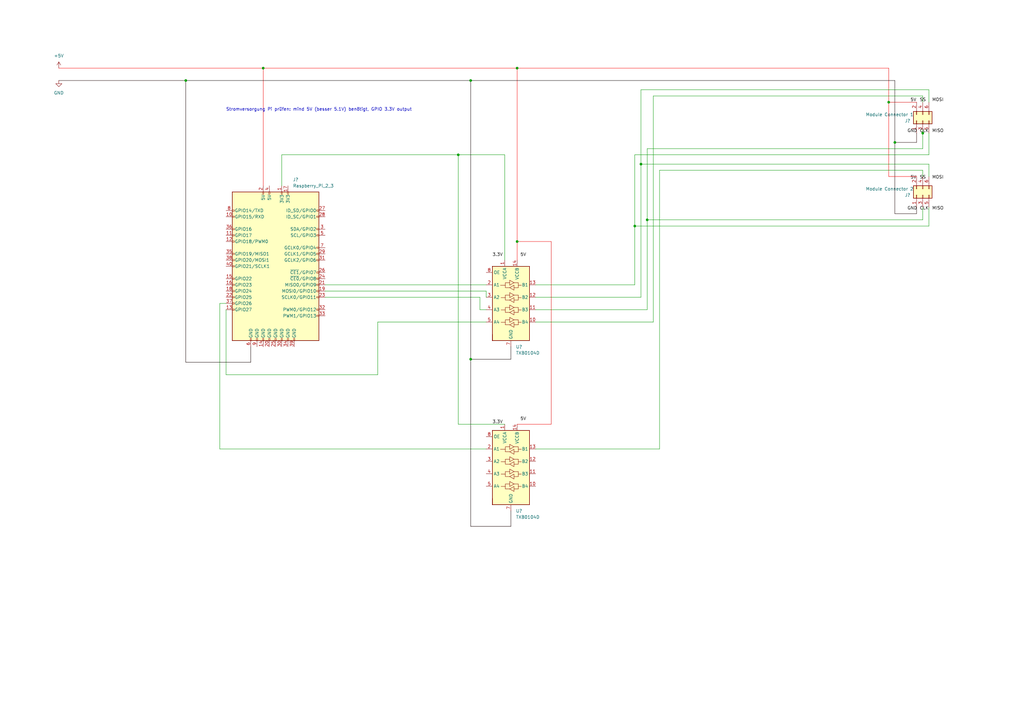
<source format=kicad_sch>
(kicad_sch (version 20211123) (generator eeschema)
  (paper "A3")
  (lib_symbols
    (symbol "Connector:Raspberry_Pi_2_3" (pin_names (offset 1.016))
      (property "Reference" "J" (at -17.78 31.75 0))
      (property "Value" "Raspberry_Pi_2_3" (at 10.16 -31.75 0))
      (symbol "Raspberry_Pi_2_3_0_1"
        (rectangle (start -17.78 30.48) (end 17.78 -30.48) (stroke (width 0.254)) (fill (type background)))
      )
      (symbol "Raspberry_Pi_2_3_1_1"
        (rectangle (start -16.891 -17.526) (end -17.78 -18.034))
        (rectangle (start -16.891 -14.986) (end -17.78 -15.494))
        (rectangle (start -16.891 -12.446) (end -17.78 -12.954))
        (rectangle (start -16.891 -9.906) (end -17.78 -10.414))
        (rectangle (start -16.891 -7.366) (end -17.78 -7.874))
        (rectangle (start -16.891 -4.826) (end -17.78 -5.334))
        (rectangle (start -16.891 0.254) (end -17.78 -0.254))
        (rectangle (start -16.891 2.794) (end -17.78 2.286))
        (rectangle (start -16.891 5.334) (end -17.78 4.826))
        (rectangle (start -16.891 10.414) (end -17.78 9.906))
        (rectangle (start -16.891 12.954) (end -17.78 12.446))
        (rectangle (start -16.891 15.494) (end -17.78 14.986))
        (rectangle (start -16.891 20.574) (end -17.78 20.066))
        (rectangle (start -16.891 23.114) (end -17.78 22.606))
        (rectangle (start -10.414 -29.591) (end -9.906 -30.48))
        (rectangle (start -7.874 -29.591) (end -7.366 -30.48))
        (rectangle (start -5.334 -29.591) (end -4.826 -30.48))
        (rectangle (start -5.334 30.48) (end -4.826 29.591))
        (rectangle (start -2.794 -29.591) (end -2.286 -30.48))
        (rectangle (start -2.794 30.48) (end -2.286 29.591))
        (rectangle (start -0.254 -29.591) (end 0.254 -30.48))
        (rectangle (start 2.286 -29.591) (end 2.794 -30.48))
        (rectangle (start 2.286 30.48) (end 2.794 29.591))
        (rectangle (start 4.826 -29.591) (end 5.334 -30.48))
        (rectangle (start 4.826 30.48) (end 5.334 29.591))
        (rectangle (start 7.366 -29.591) (end 7.874 -30.48))
        (rectangle (start 17.78 -20.066) (end 16.891 -20.574))
        (rectangle (start 17.78 -17.526) (end 16.891 -18.034))
        (rectangle (start 17.78 -12.446) (end 16.891 -12.954))
        (rectangle (start 17.78 -9.906) (end 16.891 -10.414))
        (rectangle (start 17.78 -7.366) (end 16.891 -7.874))
        (rectangle (start 17.78 -4.826) (end 16.891 -5.334))
        (rectangle (start 17.78 -2.286) (end 16.891 -2.794))
        (rectangle (start 17.78 2.794) (end 16.891 2.286))
        (rectangle (start 17.78 5.334) (end 16.891 4.826))
        (rectangle (start 17.78 7.874) (end 16.891 7.366))
        (rectangle (start 17.78 12.954) (end 16.891 12.446))
        (rectangle (start 17.78 15.494) (end 16.891 14.986))
        (rectangle (start 17.78 20.574) (end 16.891 20.066))
        (rectangle (start 17.78 23.114) (end 16.891 22.606))
        (pin power_in line (at 2.54 33.02 270) (length 2.54) (name "3V3") (number "1"))
        (pin bidirectional line (at -20.32 20.32 0) (length 2.54) (name "GPIO15/RXD") (number "10"))
        (pin bidirectional line (at -20.32 12.7 0) (length 2.54) (name "GPIO17") (number "11"))
        (pin bidirectional line (at -20.32 10.16 0) (length 2.54) (name "GPIO18/PWM0") (number "12"))
        (pin bidirectional line (at -20.32 -17.78 0) (length 2.54) (name "GPIO27") (number "13"))
        (pin power_in line (at -5.08 -33.02 90) (length 2.54) (name "GND") (number "14"))
        (pin bidirectional line (at -20.32 -5.08 0) (length 2.54) (name "GPIO22") (number "15"))
        (pin bidirectional line (at -20.32 -7.62 0) (length 2.54) (name "GPIO23") (number "16"))
        (pin power_in line (at 5.08 33.02 270) (length 2.54) (name "3V3") (number "17"))
        (pin bidirectional line (at -20.32 -10.16 0) (length 2.54) (name "GPIO24") (number "18"))
        (pin bidirectional line (at 20.32 -10.16 180) (length 2.54) (name "MOSI0/GPIO10") (number "19"))
        (pin power_in line (at -5.08 33.02 270) (length 2.54) (name "5V") (number "2"))
        (pin power_in line (at -2.54 -33.02 90) (length 2.54) (name "GND") (number "20"))
        (pin bidirectional line (at 20.32 -7.62 180) (length 2.54) (name "MISO0/GPIO9") (number "21"))
        (pin bidirectional line (at -20.32 -12.7 0) (length 2.54) (name "GPIO25") (number "22"))
        (pin bidirectional line (at 20.32 -12.7 180) (length 2.54) (name "SCLK0/GPIO11") (number "23"))
        (pin bidirectional line (at 20.32 -5.08 180) (length 2.54) (name "~{CE0}/GPIO8") (number "24"))
        (pin power_in line (at 0 -33.02 90) (length 2.54) (name "GND") (number "25"))
        (pin bidirectional line (at 20.32 -2.54 180) (length 2.54) (name "~{CE1}/GPIO7") (number "26"))
        (pin bidirectional line (at 20.32 22.86 180) (length 2.54) (name "ID_SD/GPIO0") (number "27"))
        (pin bidirectional line (at 20.32 20.32 180) (length 2.54) (name "ID_SC/GPIO1") (number "28"))
        (pin bidirectional line (at 20.32 5.08 180) (length 2.54) (name "GCLK1/GPIO5") (number "29"))
        (pin bidirectional line (at 20.32 15.24 180) (length 2.54) (name "SDA/GPIO2") (number "3"))
        (pin power_in line (at 2.54 -33.02 90) (length 2.54) (name "GND") (number "30"))
        (pin bidirectional line (at 20.32 2.54 180) (length 2.54) (name "GCLK2/GPIO6") (number "31"))
        (pin bidirectional line (at 20.32 -17.78 180) (length 2.54) (name "PWM0/GPIO12") (number "32"))
        (pin bidirectional line (at 20.32 -20.32 180) (length 2.54) (name "PWM1/GPIO13") (number "33"))
        (pin power_in line (at 5.08 -33.02 90) (length 2.54) (name "GND") (number "34"))
        (pin bidirectional line (at -20.32 5.08 0) (length 2.54) (name "GPIO19/MISO1") (number "35"))
        (pin bidirectional line (at -20.32 15.24 0) (length 2.54) (name "GPIO16") (number "36"))
        (pin bidirectional line (at -20.32 -15.24 0) (length 2.54) (name "GPIO26") (number "37"))
        (pin bidirectional line (at -20.32 2.54 0) (length 2.54) (name "GPIO20/MOSI1") (number "38"))
        (pin power_in line (at 7.62 -33.02 90) (length 2.54) (name "GND") (number "39"))
        (pin power_in line (at -2.54 33.02 270) (length 2.54) (name "5V") (number "4"))
        (pin bidirectional line (at -20.32 0 0) (length 2.54) (name "GPIO21/SCLK1") (number "40"))
        (pin bidirectional line (at 20.32 12.7 180) (length 2.54) (name "SCL/GPIO3") (number "5"))
        (pin power_in line (at -10.16 -33.02 90) (length 2.54) (name "GND") (number "6"))
        (pin bidirectional line (at 20.32 7.62 180) (length 2.54) (name "GCLK0/GPIO4") (number "7"))
        (pin bidirectional line (at -20.32 22.86 0) (length 2.54) (name "GPIO14/TXD") (number "8"))
        (pin power_in line (at -7.62 -33.02 90) (length 2.54) (name "GND") (number "9"))
      )
    )
    (symbol "Connector_Generic:Conn_02x03_Odd_Even" (pin_names (offset 1.016) hide)
      (property "Reference" "J" (at 1.27 5.08 0))
      (property "Value" "Conn_02x03_Odd_Even" (at 1.27 -5.08 0))
      (symbol "Conn_02x03_Odd_Even_1_1"
        (rectangle (start -1.27 -2.413) (end 0 -2.667) (stroke (width 0.1524)))
        (rectangle (start -1.27 0.127) (end 0 -0.127) (stroke (width 0.1524)))
        (rectangle (start -1.27 2.667) (end 0 2.413) (stroke (width 0.1524)))
        (rectangle (start -1.27 3.81) (end 3.81 -3.81) (stroke (width 0.254)) (fill (type background)))
        (rectangle (start 3.81 -2.413) (end 2.54 -2.667) (stroke (width 0.1524)))
        (rectangle (start 3.81 0.127) (end 2.54 -0.127) (stroke (width 0.1524)))
        (rectangle (start 3.81 2.667) (end 2.54 2.413) (stroke (width 0.1524)))
        (pin passive line (at -5.08 2.54 0) (length 3.81) (name "Pin_1") (number "1"))
        (pin passive line (at 7.62 2.54 180) (length 3.81) (name "Pin_2") (number "2"))
        (pin passive line (at -5.08 0 0) (length 3.81) (name "Pin_3") (number "3"))
        (pin passive line (at 7.62 0 180) (length 3.81) (name "Pin_4") (number "4"))
        (pin passive line (at -5.08 -2.54 0) (length 3.81) (name "Pin_5") (number "5"))
        (pin passive line (at 7.62 -2.54 180) (length 3.81) (name "Pin_6") (number "6"))
      )
    )
    (symbol "Logic_LevelTranslator:TXB0104D"
      (property "Reference" "U" (at -6.35 16.51 0))
      (property "Value" "TXB0104D" (at 3.81 16.51 0))
      (symbol "TXB0104D_0_1"
        (rectangle (start -7.62 -15.24) (end -7.62 -12.7) (stroke (width 0.254)))
        (rectangle (start -7.62 15.24) (end 7.62 -15.24) (stroke (width 0.254)) (fill (type background)))
        (polyline (pts (xy -2.286 -7.747) (xy -2.286 -6.731) (xy -0.508 -6.731)))
        (polyline (pts (xy -2.286 -2.667) (xy -2.286 -1.651) (xy -0.508 -1.651)))
        (polyline (pts (xy -2.286 2.413) (xy -2.286 3.429) (xy -0.508 3.429)))
        (polyline (pts (xy -2.286 7.493) (xy -2.286 8.509) (xy -0.508 8.509)))
        (polyline (pts (xy 3.048 -7.747) (xy 3.048 -8.763) (xy 1.27 -8.763)))
        (polyline (pts (xy 3.048 -2.667) (xy 3.048 -3.683) (xy 1.27 -3.683)))
        (polyline (pts (xy 3.048 2.413) (xy 3.048 1.397) (xy 1.27 1.397)))
        (polyline (pts (xy 3.048 7.493) (xy 3.048 6.477) (xy 1.27 6.477)))
        (polyline (pts (xy -0.508 -8.763) (xy -2.286 -8.763) (xy -2.286 -7.747) (xy -4.064 -7.747)))
        (polyline (pts (xy -0.508 -8.763) (xy 1.27 -7.747) (xy 1.27 -9.779) (xy -0.508 -8.763)))
        (polyline (pts (xy -0.508 -3.683) (xy -2.286 -3.683) (xy -2.286 -2.667) (xy -4.064 -2.667)))
        (polyline (pts (xy -0.508 -3.683) (xy 1.27 -2.667) (xy 1.27 -4.699) (xy -0.508 -3.683)))
        (polyline (pts (xy -0.508 1.397) (xy -2.286 1.397) (xy -2.286 2.413) (xy -4.064 2.413)))
        (polyline (pts (xy -0.508 1.397) (xy 1.27 2.413) (xy 1.27 0.381) (xy -0.508 1.397)))
        (polyline (pts (xy -0.508 6.477) (xy -2.286 6.477) (xy -2.286 7.493) (xy -4.318 7.493)))
        (polyline (pts (xy -0.508 6.477) (xy 1.27 7.493) (xy 1.27 5.461) (xy -0.508 6.477)))
        (polyline (pts (xy 1.27 -6.731) (xy -0.508 -7.747) (xy -0.508 -5.715) (xy 1.27 -6.731)))
        (polyline (pts (xy 1.27 -6.731) (xy 3.048 -6.731) (xy 3.048 -7.747) (xy 4.318 -7.747)))
        (polyline (pts (xy 1.27 -1.651) (xy -0.508 -2.667) (xy -0.508 -0.635) (xy 1.27 -1.651)))
        (polyline (pts (xy 1.27 -1.651) (xy 3.048 -1.651) (xy 3.048 -2.667) (xy 4.318 -2.667)))
        (polyline (pts (xy 1.27 3.429) (xy -0.508 2.413) (xy -0.508 4.445) (xy 1.27 3.429)))
        (polyline (pts (xy 1.27 3.429) (xy 3.048 3.429) (xy 3.048 2.413) (xy 4.318 2.413)))
        (polyline (pts (xy 1.27 8.509) (xy -0.508 7.493) (xy -0.508 9.525) (xy 1.27 8.509)))
        (polyline (pts (xy 1.27 8.509) (xy 3.048 8.509) (xy 3.048 7.493) (xy 4.318 7.493)))
      )
      (symbol "TXB0104D_1_1"
        (pin power_in line (at -2.54 17.78 270) (length 2.54) (name "VCCA") (number "1"))
        (pin bidirectional line (at 10.16 -7.62 180) (length 2.54) (name "B4") (number "10"))
        (pin bidirectional line (at 10.16 -2.54 180) (length 2.54) (name "B3") (number "11"))
        (pin bidirectional line (at 10.16 2.54 180) (length 2.54) (name "B2") (number "12"))
        (pin bidirectional line (at 10.16 7.62 180) (length 2.54) (name "B1") (number "13"))
        (pin power_in line (at 2.54 17.78 270) (length 2.54) (name "VCCB") (number "14"))
        (pin bidirectional line (at -10.16 7.62 0) (length 2.54) (name "A1") (number "2"))
        (pin bidirectional line (at -10.16 2.54 0) (length 2.54) (name "A2") (number "3"))
        (pin bidirectional line (at -10.16 -2.54 0) (length 2.54) (name "A3") (number "4"))
        (pin bidirectional line (at -10.16 -7.62 0) (length 2.54) (name "A4") (number "5"))
        (pin no_connect line (at -10.16 -12.7 0) (length 2.54) hide (name "NC") (number "6"))
        (pin power_in line (at 0 -17.78 90) (length 2.54) (name "GND") (number "7"))
        (pin input line (at -10.16 12.7 0) (length 2.54) (name "OE") (number "8"))
        (pin no_connect line (at 10.16 -12.7 180) (length 2.54) hide (name "NC") (number "9"))
      )
    )
    (symbol "power:+5V" (power) (pin_names (offset 0))
      (property "Value" "+5V" (at 0 3.556 0))
      (symbol "+5V_0_1"
        (polyline (pts (xy -0.762 1.27) (xy 0 2.54)))
        (polyline (pts (xy 0 0) (xy 0 2.54)))
        (polyline (pts (xy 0 2.54) (xy 0.762 1.27)))
      )
      (symbol "+5V_1_1"
        (pin power_in line (at 0 0 90) (length 0) hide (name "+5V") (number "1"))
      )
    )
    (symbol "power:GND" (power) (pin_names (offset 0))
      (property "Value" "GND" (at 0 -3.81 0))
      (symbol "GND_0_1"
        (polyline (pts (xy 0 0) (xy 0 -1.27) (xy 1.27 -1.27) (xy 0 -2.54) (xy -1.27 -1.27) (xy 0 -1.27)))
      )
      (symbol "GND_1_1"
        (pin power_in line (at 0 0 270) (length 0) hide (name "GND") (number "1"))
      )
    )
  )
  (junction (at 212.09 99.06))
  (junction (at 265.43 90.17))
  (junction (at 193.04 147.32))
  (junction (at 364.49 41.91))
  (junction (at 212.09 27.94))
  (junction (at 187.96 63.5))
  (junction (at 367.03 58.42))
  (junction (at 262.89 67.31))
  (junction (at 260.35 92.71))
  (junction (at 378.46 54.61))
  (junction (at 193.04 33.02))
  (junction (at 107.95 27.94))
  (junction (at 76.2 33.02))
  (wire (pts (xy 207.01 173.99) (xy 187.96 173.99)))
  (wire (pts (xy 207.01 63.5) (xy 207.01 106.68)))
  (wire (pts (xy 209.55 142.24) (xy 209.55 147.32)) (stroke (width 0) (color 16 0 0 1)))
  (wire (pts (xy 187.96 63.5) (xy 187.96 173.99)))
  (wire (pts (xy 364.49 72.39) (xy 375.92 72.39)) (stroke (width 0) (color 251 0 0 1)))
  (wire (pts (xy 133.35 116.84) (xy 199.39 116.84)))
  (wire (pts (xy 107.95 27.94) (xy 107.95 76.2)) (stroke (width 0) (color 237 0 0 1)))
  (wire (pts (xy 378.46 69.85) (xy 270.51 69.85)))
  (wire (pts (xy 76.2 33.02) (xy 193.04 33.02)) (stroke (width 0) (color 10 0 0 1)))
  (wire (pts (xy 226.06 173.99) (xy 212.09 173.99)) (stroke (width 0) (color 237 0 0 1)))
  (wire (pts (xy 193.04 215.9) (xy 209.55 215.9)) (stroke (width 0) (color 24 0 0 1)))
  (wire (pts (xy 375.92 85.09) (xy 375.92 87.63)) (stroke (width 0) (color 22 0 0 1)))
  (wire (pts (xy 76.2 148.59) (xy 102.87 148.59)) (stroke (width 0) (color 16 0 0 1)))
  (wire (pts (xy 193.04 33.02) (xy 367.03 33.02)) (stroke (width 0) (color 10 0 0 1)))
  (wire (pts (xy 115.57 63.5) (xy 187.96 63.5)))
  (wire (pts (xy 102.87 148.59) (xy 102.87 142.24)) (stroke (width 0) (color 18 0 0 1)))
  (wire (pts (xy 199.39 121.92) (xy 199.39 119.38)))
  (wire (pts (xy 364.49 41.91) (xy 364.49 72.39)) (stroke (width 0) (color 245 0 0 1)))
  (wire (pts (xy 378.46 41.91) (xy 378.46 39.37)))
  (wire (pts (xy 267.97 39.37) (xy 267.97 132.08)))
  (wire (pts (xy 226.06 99.06) (xy 226.06 173.99)) (stroke (width 0) (color 221 0 0 1)))
  (wire (pts (xy 212.09 99.06) (xy 212.09 106.68)) (stroke (width 0) (color 247 0 0 1)))
  (wire (pts (xy 92.71 153.67) (xy 154.94 153.67)))
  (wire (pts (xy 193.04 147.32) (xy 193.04 215.9)) (stroke (width 0) (color 16 0 0 1)))
  (wire (pts (xy 267.97 132.08) (xy 219.71 132.08)))
  (wire (pts (xy 265.43 90.17) (xy 378.46 90.17)))
  (wire (pts (xy 196.85 121.92) (xy 133.35 121.92)))
  (wire (pts (xy 90.17 184.15) (xy 199.39 184.15)))
  (wire (pts (xy 260.35 63.5) (xy 381 63.5)))
  (wire (pts (xy 260.35 63.5) (xy 260.35 92.71)))
  (wire (pts (xy 378.46 85.09) (xy 378.46 90.17)))
  (wire (pts (xy 367.03 87.63) (xy 375.92 87.63)) (stroke (width 0) (color 22 0 0 1)))
  (wire (pts (xy 24.13 33.02) (xy 76.2 33.02)) (stroke (width 0) (color 26 0 0 1)))
  (wire (pts (xy 378.46 54.61) (xy 378.46 60.96)))
  (wire (pts (xy 364.49 41.91) (xy 375.92 41.91)) (stroke (width 0) (color 213 0 0 1)))
  (wire (pts (xy 187.96 63.5) (xy 207.01 63.5)))
  (wire (pts (xy 378.46 60.96) (xy 265.43 60.96)))
  (wire (pts (xy 364.49 27.94) (xy 364.49 41.91)) (stroke (width 0) (color 233 0 0 1)))
  (wire (pts (xy 199.39 127) (xy 196.85 127)))
  (wire (pts (xy 367.03 58.42) (xy 367.03 87.63)) (stroke (width 0) (color 24 0 0 1)))
  (wire (pts (xy 265.43 90.17) (xy 265.43 127)))
  (wire (pts (xy 381 67.31) (xy 262.89 67.31)))
  (wire (pts (xy 262.89 67.31) (xy 262.89 36.83)))
  (wire (pts (xy 381 85.09) (xy 381 92.71)))
  (wire (pts (xy 381 36.83) (xy 381 41.91)))
  (wire (pts (xy 212.09 27.94) (xy 212.09 99.06)) (stroke (width 0) (color 247 0 0 1)))
  (wire (pts (xy 92.71 124.46) (xy 90.17 124.46)))
  (wire (pts (xy 107.95 27.94) (xy 212.09 27.94)) (stroke (width 0) (color 251 0 0 1)))
  (wire (pts (xy 270.51 184.15) (xy 219.71 184.15)))
  (wire (pts (xy 154.94 153.67) (xy 154.94 132.08)))
  (wire (pts (xy 262.89 121.92) (xy 219.71 121.92)))
  (wire (pts (xy 262.89 121.92) (xy 262.89 67.31)))
  (wire (pts (xy 381 72.39) (xy 381 67.31)))
  (wire (pts (xy 270.51 69.85) (xy 270.51 184.15)))
  (wire (pts (xy 265.43 60.96) (xy 265.43 90.17)))
  (wire (pts (xy 260.35 92.71) (xy 260.35 116.84)))
  (wire (pts (xy 196.85 127) (xy 196.85 121.92)))
  (wire (pts (xy 375.92 58.42) (xy 375.92 54.61)) (stroke (width 0) (color 32 0 0 1)))
  (wire (pts (xy 381 63.5) (xy 381 54.61)))
  (wire (pts (xy 90.17 124.46) (xy 90.17 184.15)))
  (wire (pts (xy 199.39 119.38) (xy 133.35 119.38)))
  (wire (pts (xy 76.2 33.02) (xy 76.2 148.59)) (stroke (width 0) (color 20 0 0 1)))
  (wire (pts (xy 367.03 33.02) (xy 367.03 58.42)) (stroke (width 0) (color 18 0 0 1)))
  (wire (pts (xy 209.55 215.9) (xy 209.55 209.55)) (stroke (width 0) (color 22 0 0 1)))
  (wire (pts (xy 262.89 36.83) (xy 381 36.83)))
  (wire (pts (xy 193.04 33.02) (xy 193.04 147.32)) (stroke (width 0) (color 16 0 0 1)))
  (wire (pts (xy 367.03 58.42) (xy 375.92 58.42)) (stroke (width 0) (color 24 0 0 1)))
  (wire (pts (xy 219.71 116.84) (xy 260.35 116.84)))
  (wire (pts (xy 219.71 127) (xy 265.43 127)))
  (wire (pts (xy 378.46 72.39) (xy 378.46 69.85)))
  (wire (pts (xy 212.09 99.06) (xy 226.06 99.06)) (stroke (width 0) (color 237 0 0 1)))
  (wire (pts (xy 209.55 147.32) (xy 193.04 147.32)) (stroke (width 0) (color 14 0 0 1)))
  (wire (pts (xy 378.46 39.37) (xy 267.97 39.37)))
  (wire (pts (xy 154.94 132.08) (xy 199.39 132.08)))
  (wire (pts (xy 381 92.71) (xy 260.35 92.71)))
  (wire (pts (xy 115.57 76.2) (xy 115.57 63.5)))
  (wire (pts (xy 378.46 53.34) (xy 378.46 54.61)))
  (wire (pts (xy 212.09 27.94) (xy 364.49 27.94)) (stroke (width 0) (color 251 0 0 1)))
  (wire (pts (xy 92.71 127) (xy 92.71 153.67)))
  (wire (pts (xy 24.13 27.94) (xy 107.95 27.94)) (stroke (width 0) (color 251 0 0 1)))
  (text "Stromversorgung Pi prüfen: mind 5V (besser 5.1V) benötigt, GPIO 3.3V output" (at 92.71 45.72 0) (effects (font (size 1.27 1.27)) (justify left bottom)))
  (label "MISO" (at 382.27 54.61 0))
  (label "CLK" (at 377.19 54.61 0))
  (label "MOSI" (at 382.27 41.91 0))
  (label "3.3V" (at 201.93 173.99 0))
  (label "5V" (at 213.36 105.41 0))
  (label "5V" (at 373.38 73.66 0))
  (label "SS" (at 377.19 41.91 0))
  (label "5V" (at 373.38 41.91 0))
  (label "CLK" (at 377.19 86.36 0))
  (label "MISO" (at 382.27 86.36 0))
  (label "5V" (at 213.36 172.72 0))
  (label "SS" (at 377.19 73.66 0))
  (label "GND" (at 372.11 54.61 0))
  (label "3.3V" (at 201.93 105.41 0))
  (label "MOSI" (at 382.27 73.66 0))
  (label "GND" (at 372.11 86.36 0))
  (symbol (lib_id "Connector_Generic:Conn_02x03_Odd_Even") (at 378.46 49.53 90) (unit 1)
    (property "Reference" "J?" (at 373.38 49.5301 90) (effects (justify left)))
    (property "Value" "Module Connector 1" (at 374.65 46.99 90) (effects (justify left)))
  )
  (symbol (lib_id "Logic_LevelTranslator:TXB0104D") (at 209.55 124.46 0) (unit 1)
    (property "Reference" "U?" (at 211.5694 142.24 0) (effects (justify left)))
    (property "Value" "TXB0104D" (at 211.5694 144.78 0) (effects (justify left)))
    (property "Footprint" "Package_SO:SOIC-14_3.9x8.7mm_P1.27mm" (effects hide))
    (property "Datasheet" "http://www.ti.com/lit/ds/symlink/txb0104.pdf" (effects hide))
  )
  (symbol (lib_id "power:+5V") (at 24.13 27.94 0) (unit 1)
    (property "Reference" "#PWR?" (effects hide))
    (property "Value" "+5V" (at 24.13 22.86 0))
  )
  (symbol (lib_id "Connector:Raspberry_Pi_2_3") (at 113.03 109.22 0) (unit 1)
    (property "Reference" "J?" (at 120.1294 73.66 0) (effects (justify left)))
    (property "Value" "Raspberry_Pi_2_3" (at 120.1294 76.2 0) (effects (justify left)))
    (property "Datasheet" "https://www.raspberrypi.org/documentation/hardware/raspberrypi/schematics/rpi_SCH_3bplus_1p0_reduced.pdf" (effects hide))
  )
  (symbol (lib_id "Connector_Generic:Conn_02x03_Odd_Even") (at 378.46 80.01 90) (unit 1)
    (property "Reference" "J?" (at 373.38 80.0101 90) (effects (justify left)))
    (property "Value" "Module Connector 2" (at 374.65 77.47 90) (effects (justify left)))
  )
  (symbol (lib_id "power:GND") (at 24.13 33.02 0) (unit 1)
    (property "Reference" "#PWR?" (effects hide))
    (property "Value" "GND" (at 24.13 38.1 0))
  )
  (symbol (lib_id "Logic_LevelTranslator:TXB0104D") (at 209.55 191.77 0) (unit 1)
    (property "Reference" "U?" (at 211.5694 209.55 0) (effects (justify left)))
    (property "Value" "TXB0104D" (at 211.5694 212.09 0) (effects (justify left)))
    (property "Footprint" "Package_SO:SOIC-14_3.9x8.7mm_P1.27mm" (effects hide))
    (property "Datasheet" "http://www.ti.com/lit/ds/symlink/txb0104.pdf" (effects hide))
  )
)
</source>
